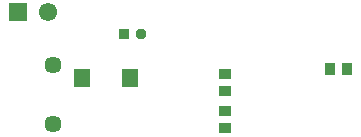
<source format=gbr>
G04*
G04 #@! TF.GenerationSoftware,Altium Limited,Altium Designer,24.6.1 (21)*
G04*
G04 Layer_Color=255*
%FSLAX25Y25*%
%MOIN*%
G70*
G04*
G04 #@! TF.SameCoordinates,5512D287-6342-4ABA-9CF6-7DAEAAFA0F20*
G04*
G04*
G04 #@! TF.FilePolarity,Positive*
G04*
G01*
G75*
%ADD21R,0.04134X0.03740*%
%ADD23R,0.03740X0.04134*%
%ADD29C,0.05709*%
%ADD30C,0.03700*%
%ADD31R,0.03700X0.03700*%
%ADD32C,0.06102*%
%ADD33R,0.06102X0.06102*%
%ADD38R,0.05512X0.06457*%
D21*
X402500Y346000D02*
D03*
Y340291D02*
D03*
Y358354D02*
D03*
Y352646D02*
D03*
D23*
X437646Y360000D02*
D03*
X443354D02*
D03*
D29*
X345130Y341721D02*
D03*
Y361405D02*
D03*
D30*
X374512Y371500D02*
D03*
D31*
X369000D02*
D03*
D32*
X343500Y379000D02*
D03*
D33*
X333500D02*
D03*
D38*
X370866Y357000D02*
D03*
X355000D02*
D03*
M02*

</source>
